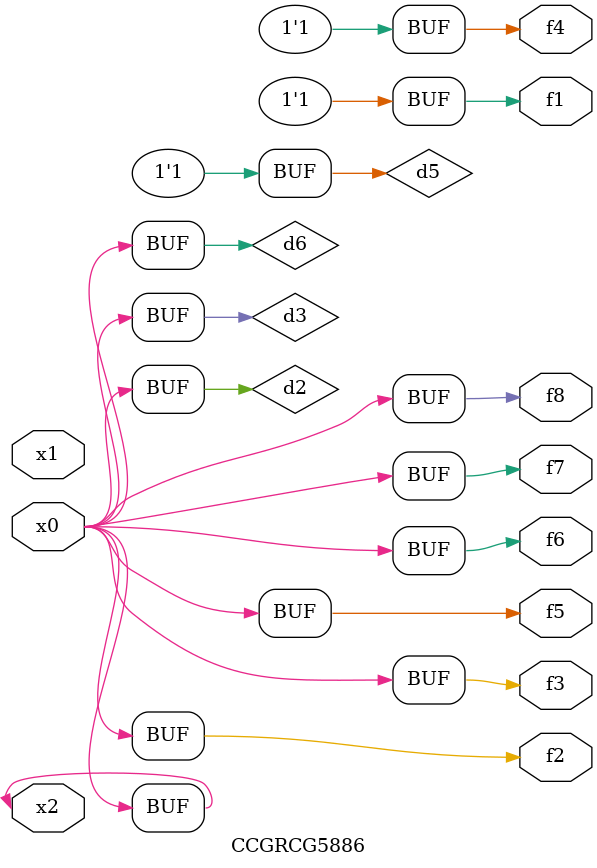
<source format=v>
module CCGRCG5886(
	input x0, x1, x2,
	output f1, f2, f3, f4, f5, f6, f7, f8
);

	wire d1, d2, d3, d4, d5, d6;

	xnor (d1, x2);
	buf (d2, x0, x2);
	and (d3, x0);
	xnor (d4, x1, x2);
	nand (d5, d1, d3);
	buf (d6, d2, d3);
	assign f1 = d5;
	assign f2 = d6;
	assign f3 = d6;
	assign f4 = d5;
	assign f5 = d6;
	assign f6 = d6;
	assign f7 = d6;
	assign f8 = d6;
endmodule

</source>
